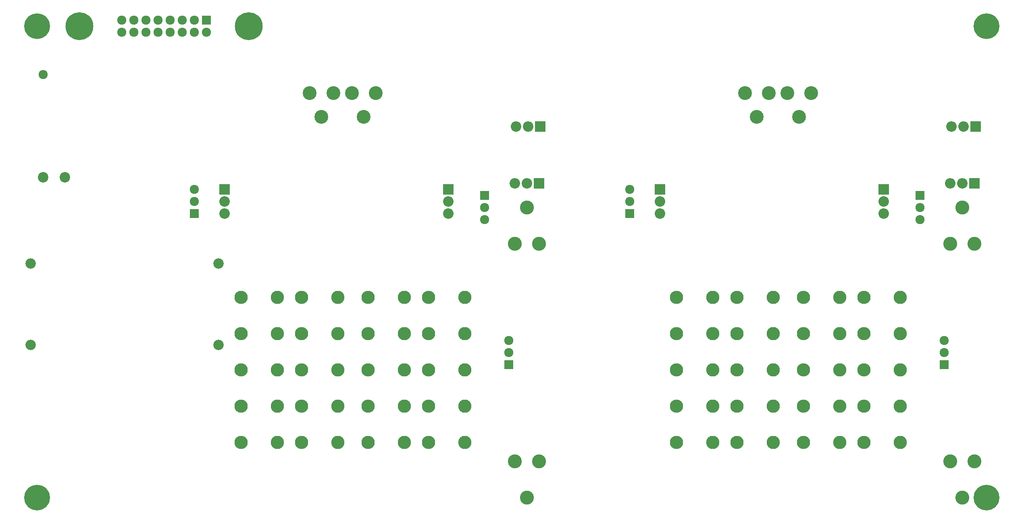
<source format=gbr>
G04 #@! TF.FileFunction,Soldermask,Bot*
%FSLAX46Y46*%
G04 Gerber Fmt 4.6, Leading zero omitted, Abs format (unit mm)*
G04 Created by KiCad (PCBNEW 4.0.7) date 12/19/17 11:06:37*
%MOMM*%
%LPD*%
G01*
G04 APERTURE LIST*
%ADD10C,0.100000*%
%ADD11C,5.400000*%
%ADD12C,1.920000*%
%ADD13R,1.920000X1.920000*%
%ADD14R,2.200000X2.200000*%
%ADD15O,2.200000X2.200000*%
%ADD16C,2.800000*%
%ADD17O,2.800000X2.800000*%
%ADD18C,2.940000*%
%ADD19C,2.900000*%
%ADD20C,5.860000*%
%ADD21C,2.178000*%
%ADD22C,2.200000*%
G04 APERTURE END LIST*
D10*
D11*
X260350000Y-43180000D03*
X260350000Y-142240000D03*
X60960000Y-43180000D03*
D12*
X246380000Y-81280000D03*
X246380000Y-83820000D03*
D13*
X246380000Y-78740000D03*
D14*
X238760000Y-77470000D03*
D15*
X238760000Y-80010000D03*
X238760000Y-82550000D03*
D16*
X242210117Y-100181117D03*
D17*
X234590117Y-100181117D03*
D16*
X242210117Y-107801117D03*
D17*
X234590117Y-107801117D03*
D16*
X229510117Y-115421117D03*
D17*
X221890117Y-115421117D03*
D16*
X229510117Y-107801117D03*
D17*
X221890117Y-107801117D03*
D16*
X229510117Y-123041117D03*
D17*
X221890117Y-123041117D03*
D16*
X229510117Y-130661117D03*
D17*
X221890117Y-130661117D03*
D16*
X229510117Y-100181117D03*
D17*
X221890117Y-100181117D03*
D12*
X251460000Y-111760000D03*
X251460000Y-109220000D03*
D13*
X251460000Y-114300000D03*
D16*
X242210117Y-123041117D03*
D17*
X234590117Y-123041117D03*
D16*
X242210117Y-130661117D03*
D17*
X234590117Y-130661117D03*
D16*
X242210117Y-115421117D03*
D17*
X234590117Y-115421117D03*
D18*
X255270000Y-142240000D03*
X252730000Y-134620000D03*
X257810000Y-134620000D03*
X255270000Y-81280000D03*
X252730000Y-88900000D03*
X257810000Y-88900000D03*
D19*
X220980000Y-62230000D03*
X218480000Y-57230000D03*
X223480000Y-57230000D03*
D16*
X215540117Y-130661117D03*
D17*
X207920117Y-130661117D03*
D16*
X202840117Y-123041117D03*
D17*
X195220117Y-123041117D03*
D16*
X215540117Y-123041117D03*
D17*
X207920117Y-123041117D03*
D16*
X202840117Y-130661117D03*
D17*
X195220117Y-130661117D03*
D14*
X257810000Y-76200000D03*
D15*
X255270000Y-76200000D03*
X252730000Y-76200000D03*
D14*
X257997114Y-64278790D03*
D15*
X255457114Y-64278790D03*
X252917114Y-64278790D03*
D16*
X202840117Y-115421117D03*
D17*
X195220117Y-115421117D03*
D16*
X215540117Y-107801117D03*
D17*
X207920117Y-107801117D03*
D16*
X202840117Y-107801117D03*
D17*
X195220117Y-107801117D03*
D16*
X215540117Y-115421117D03*
D17*
X207920117Y-115421117D03*
D16*
X202840117Y-100181117D03*
D17*
X195220117Y-100181117D03*
D16*
X215540117Y-100181117D03*
D17*
X207920117Y-100181117D03*
D19*
X212090000Y-62230000D03*
X209590000Y-57230000D03*
X214590000Y-57230000D03*
D14*
X191770000Y-77470000D03*
D15*
X191770000Y-80010000D03*
X191770000Y-82550000D03*
D12*
X185420000Y-80010000D03*
X185420000Y-77470000D03*
D13*
X185420000Y-82550000D03*
D20*
X105410000Y-43180000D03*
X69850000Y-43180000D03*
D13*
X96520000Y-41910000D03*
D12*
X96520000Y-44450000D03*
X93980000Y-41910000D03*
X93980000Y-44450000D03*
X91440000Y-41910000D03*
X91440000Y-44450000D03*
X88900000Y-41910000D03*
X88900000Y-44450000D03*
X86360000Y-41910000D03*
X86360000Y-44450000D03*
X83820000Y-41910000D03*
X83820000Y-44450000D03*
X81280000Y-41910000D03*
X81280000Y-44450000D03*
X78740000Y-41910000D03*
X78740000Y-44450000D03*
D14*
X166557114Y-64278790D03*
D15*
X164017114Y-64278790D03*
X161477114Y-64278790D03*
D14*
X100330000Y-77470000D03*
D15*
X100330000Y-80010000D03*
X100330000Y-82550000D03*
D14*
X147320000Y-77470000D03*
D15*
X147320000Y-80010000D03*
X147320000Y-82550000D03*
D14*
X166370000Y-76200000D03*
D15*
X163830000Y-76200000D03*
X161290000Y-76200000D03*
D16*
X111400117Y-130661117D03*
D17*
X103780117Y-130661117D03*
D16*
X111400117Y-123041117D03*
D17*
X103780117Y-123041117D03*
D16*
X111400117Y-115421117D03*
D17*
X103780117Y-115421117D03*
D16*
X111400117Y-107801117D03*
D17*
X103780117Y-107801117D03*
D16*
X111400117Y-100181117D03*
D17*
X103780117Y-100181117D03*
D16*
X124100117Y-130661117D03*
D17*
X116480117Y-130661117D03*
D16*
X124100117Y-123041117D03*
D17*
X116480117Y-123041117D03*
D16*
X124100117Y-115421117D03*
D17*
X116480117Y-115421117D03*
D16*
X124100117Y-107801117D03*
D17*
X116480117Y-107801117D03*
D16*
X124100117Y-100181117D03*
D17*
X116480117Y-100181117D03*
D16*
X138070117Y-130661117D03*
D17*
X130450117Y-130661117D03*
D16*
X138070117Y-123041117D03*
D17*
X130450117Y-123041117D03*
D16*
X138070117Y-115421117D03*
D17*
X130450117Y-115421117D03*
D16*
X138070117Y-107801117D03*
D17*
X130450117Y-107801117D03*
D16*
X138070117Y-100181117D03*
D17*
X130450117Y-100181117D03*
D16*
X150770117Y-130661117D03*
D17*
X143150117Y-130661117D03*
D16*
X150770117Y-123041117D03*
D17*
X143150117Y-123041117D03*
D16*
X150770117Y-115421117D03*
D17*
X143150117Y-115421117D03*
D16*
X150770117Y-107801117D03*
D17*
X143150117Y-107801117D03*
D16*
X150770117Y-100181117D03*
D17*
X143150117Y-100181117D03*
D12*
X160020000Y-111760000D03*
X160020000Y-109220000D03*
D13*
X160020000Y-114300000D03*
D12*
X93980000Y-80010000D03*
X93980000Y-77470000D03*
D13*
X93980000Y-82550000D03*
D12*
X154940000Y-81280000D03*
X154940000Y-83820000D03*
D13*
X154940000Y-78740000D03*
D18*
X163830000Y-142240000D03*
X161290000Y-134620000D03*
X166370000Y-134620000D03*
X163830000Y-81280000D03*
X161290000Y-88900000D03*
X166370000Y-88900000D03*
D19*
X120650000Y-62230000D03*
X118150000Y-57230000D03*
X123150000Y-57230000D03*
X129540000Y-62230000D03*
X127040000Y-57230000D03*
X132040000Y-57230000D03*
D21*
X59570000Y-93030000D03*
X59570000Y-110170000D03*
X99060000Y-93030000D03*
X99060000Y-110170000D03*
D12*
X62230000Y-53340000D03*
D11*
X60960000Y-142240000D03*
D22*
X62230000Y-74930000D03*
X66730000Y-74930000D03*
M02*

</source>
